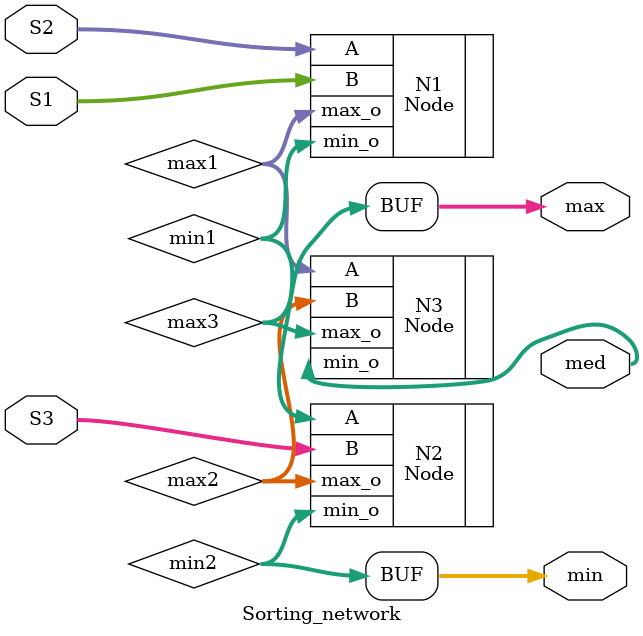
<source format=v>
module Sorting_network (
    input  [7:0] S1,
    input  [7:0] S2,
    input  [7:0] S3,
    output [7:0] max,
    output [7:0] med,
    output [7:0] min
);

  wire [7:0] max1, min1;
  wire [7:0] max2, min2;
  wire [7:0] max3, min3;


  // Nodes
  Node N1 (
      .A(S2),
      .B(S1),
      .min_o(min1),
      .max_o(max1)
  );
  Node N2 (
      .A(min1),
      .B(S3),
      .min_o(min2),
      .max_o(max2)
  );

  Node N3 (
      .A(max1),
      .B(max2),
      .min_o(med),
      .max_o(max3)
  );

  assign max = max3;
  assign min = min2;



endmodule

</source>
